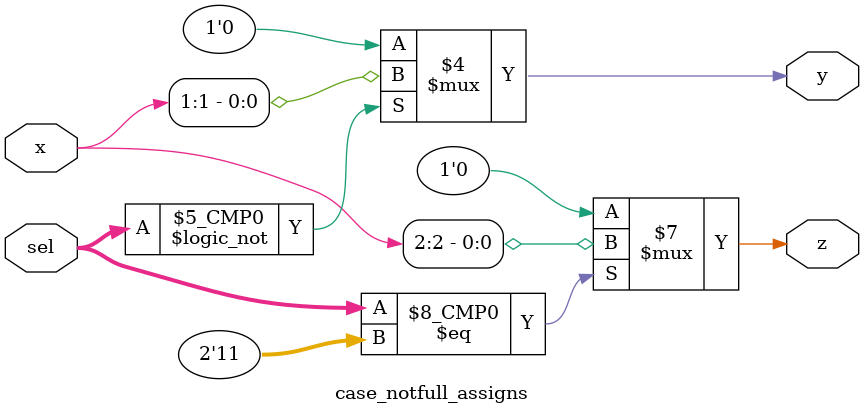
<source format=v>
module case_notfull_assigns(sel,x,y,z);
    input [1:0] sel;
    input [3:0] x;
    output reg y,z;
    
    always @(*)
        begin
            z=0;y=0;
            case(sel)
                2'b00:
                    y=x[1];
                2'b11:
                    z=x[2];
            endcase
        end
endmodule

</source>
